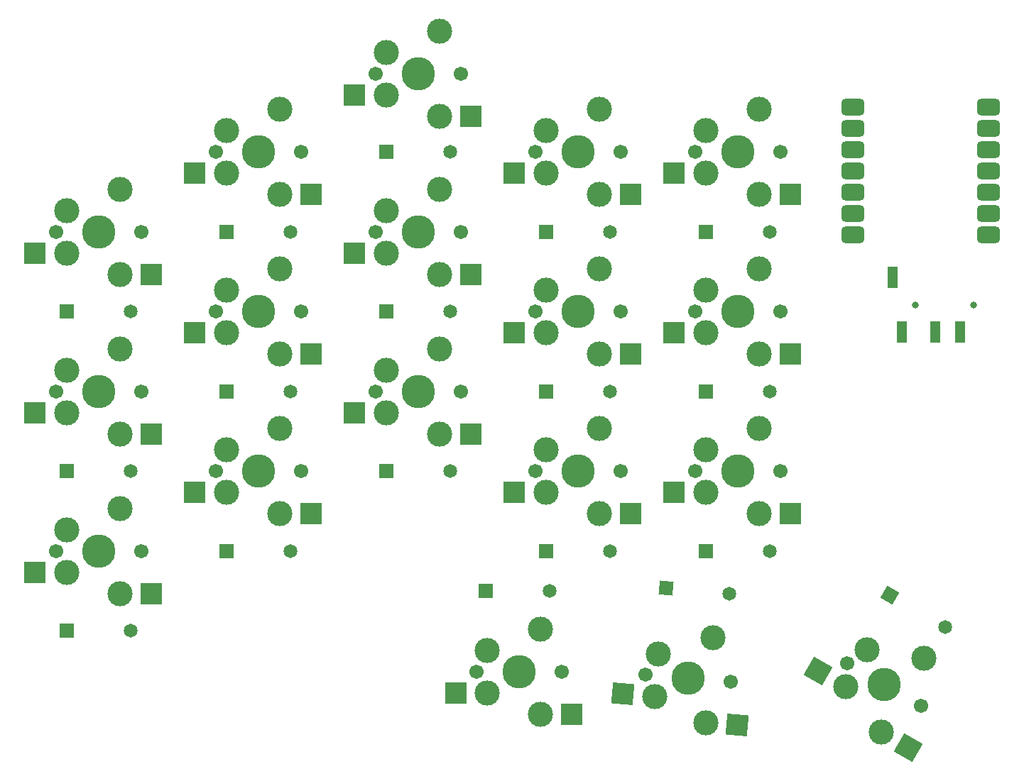
<source format=gbr>
%TF.GenerationSoftware,KiCad,Pcbnew,8.0.6*%
%TF.CreationDate,2024-11-18T16:16:28-05:00*%
%TF.ProjectId,SolarFlarePCB,536f6c61-7246-46c6-9172-655043422e6b,rev?*%
%TF.SameCoordinates,Original*%
%TF.FileFunction,Soldermask,Top*%
%TF.FilePolarity,Negative*%
%FSLAX46Y46*%
G04 Gerber Fmt 4.6, Leading zero omitted, Abs format (unit mm)*
G04 Created by KiCad (PCBNEW 8.0.6) date 2024-11-18 16:16:28*
%MOMM*%
%LPD*%
G01*
G04 APERTURE LIST*
G04 Aperture macros list*
%AMRoundRect*
0 Rectangle with rounded corners*
0 $1 Rounding radius*
0 $2 $3 $4 $5 $6 $7 $8 $9 X,Y pos of 4 corners*
0 Add a 4 corners polygon primitive as box body*
4,1,4,$2,$3,$4,$5,$6,$7,$8,$9,$2,$3,0*
0 Add four circle primitives for the rounded corners*
1,1,$1+$1,$2,$3*
1,1,$1+$1,$4,$5*
1,1,$1+$1,$6,$7*
1,1,$1+$1,$8,$9*
0 Add four rect primitives between the rounded corners*
20,1,$1+$1,$2,$3,$4,$5,0*
20,1,$1+$1,$4,$5,$6,$7,0*
20,1,$1+$1,$6,$7,$8,$9,0*
20,1,$1+$1,$8,$9,$2,$3,0*%
%AMRotRect*
0 Rectangle, with rotation*
0 The origin of the aperture is its center*
0 $1 length*
0 $2 width*
0 $3 Rotation angle, in degrees counterclockwise*
0 Add horizontal line*
21,1,$1,$2,0,0,$3*%
G04 Aperture macros list end*
%ADD10C,1.651000*%
%ADD11R,1.651000X1.651000*%
%ADD12C,1.701800*%
%ADD13C,3.000000*%
%ADD14C,3.987800*%
%ADD15R,2.550000X2.500000*%
%ADD16RotRect,2.550000X2.500000X330.000000*%
%ADD17RoundRect,0.500000X-0.875000X-0.500000X0.875000X-0.500000X0.875000X0.500000X-0.875000X0.500000X0*%
%ADD18C,0.800000*%
%ADD19R,1.200000X2.500000*%
%ADD20RotRect,1.651000X1.651000X175.000000*%
%ADD21RotRect,2.550000X2.500000X355.000000*%
%ADD22RotRect,1.651000X1.651000X150.000000*%
G04 APERTURE END LIST*
D10*
%TO.C,D3*%
X41910000Y-104775000D03*
D11*
X34290000Y-104775000D03*
%TD*%
D12*
%TO.C,MX3*%
X33020000Y-95250000D03*
D13*
X34290000Y-92710000D03*
X34290000Y-97790000D03*
D14*
X38100000Y-95250000D03*
D13*
X40640000Y-90170000D03*
X40640000Y-100330000D03*
D12*
X43180000Y-95250000D03*
D15*
X44390000Y-100330000D03*
X30540000Y-97790000D03*
%TD*%
D10*
%TO.C,D4*%
X60960000Y-57150000D03*
D11*
X53340000Y-57150000D03*
%TD*%
D12*
%TO.C,MX7*%
X71120000Y-38258750D03*
D13*
X72390000Y-35718750D03*
X72390000Y-40798750D03*
D14*
X76200000Y-38258750D03*
D13*
X78740000Y-33178750D03*
X78740000Y-43338750D03*
D12*
X81280000Y-38258750D03*
D15*
X82490000Y-43338750D03*
X68640000Y-40798750D03*
%TD*%
D12*
%TO.C,MX18*%
X127350591Y-108595000D03*
D13*
X129720444Y-107030295D03*
X127180443Y-111429705D03*
D14*
X131750000Y-111135000D03*
D13*
X136489705Y-108005591D03*
X131409705Y-116804409D03*
D12*
X136149409Y-113675000D03*
D16*
X134657300Y-118679409D03*
X123932848Y-109554705D03*
%TD*%
D12*
%TO.C,MX13*%
X90170000Y-85725000D03*
D13*
X91440000Y-83185000D03*
X91440000Y-88265000D03*
D14*
X95250000Y-85725000D03*
D13*
X97790000Y-80645000D03*
X97790000Y-90805000D03*
D12*
X100330000Y-85725000D03*
D15*
X101540000Y-90805000D03*
X87690000Y-88265000D03*
%TD*%
D12*
%TO.C,MX9*%
X71120000Y-76200000D03*
D13*
X72390000Y-73660000D03*
X72390000Y-78740000D03*
D14*
X76200000Y-76200000D03*
D13*
X78740000Y-71120000D03*
X78740000Y-81280000D03*
D12*
X81280000Y-76200000D03*
D15*
X82490000Y-81280000D03*
X68640000Y-78740000D03*
%TD*%
D12*
%TO.C,MX2*%
X33020000Y-76200000D03*
D13*
X34290000Y-73660000D03*
X34290000Y-78740000D03*
D14*
X38100000Y-76200000D03*
D13*
X40640000Y-71120000D03*
X40640000Y-81280000D03*
D12*
X43180000Y-76200000D03*
D15*
X44390000Y-81280000D03*
X30540000Y-78740000D03*
%TD*%
D12*
%TO.C,MX8*%
X71120000Y-57150000D03*
D13*
X72390000Y-54610000D03*
X72390000Y-59690000D03*
D14*
X76200000Y-57150000D03*
D13*
X78740000Y-52070000D03*
X78740000Y-62230000D03*
D12*
X81280000Y-57150000D03*
D15*
X82490000Y-62230000D03*
X68640000Y-59690000D03*
%TD*%
D10*
%TO.C,D11*%
X99060000Y-57150000D03*
D11*
X91440000Y-57150000D03*
%TD*%
D12*
%TO.C,MX17*%
X109220000Y-85725000D03*
D13*
X110490000Y-83185000D03*
X110490000Y-88265000D03*
D14*
X114300000Y-85725000D03*
D13*
X116840000Y-80645000D03*
X116840000Y-90805000D03*
D12*
X119380000Y-85725000D03*
D15*
X120590000Y-90805000D03*
X106740000Y-88265000D03*
%TD*%
D12*
%TO.C,MX16*%
X109220000Y-66675000D03*
D13*
X110490000Y-64135000D03*
X110490000Y-69215000D03*
D14*
X114300000Y-66675000D03*
D13*
X116840000Y-61595000D03*
X116840000Y-71755000D03*
D12*
X119380000Y-66675000D03*
D15*
X120590000Y-71755000D03*
X106740000Y-69215000D03*
%TD*%
D12*
%TO.C,MX5*%
X52070000Y-66675000D03*
D13*
X53340000Y-64135000D03*
X53340000Y-69215000D03*
D14*
X57150000Y-66675000D03*
D13*
X59690000Y-61595000D03*
X59690000Y-71755000D03*
D12*
X62230000Y-66675000D03*
D15*
X63440000Y-71755000D03*
X49590000Y-69215000D03*
%TD*%
D10*
%TO.C,D1*%
X41910000Y-66675000D03*
D11*
X34290000Y-66675000D03*
%TD*%
D10*
%TO.C,D15*%
X118110000Y-57150000D03*
D11*
X110490000Y-57150000D03*
%TD*%
D12*
%TO.C,MX10*%
X83170000Y-109625000D03*
D13*
X84440000Y-107085000D03*
X84440000Y-112165000D03*
D14*
X88250000Y-109625000D03*
D13*
X90790000Y-104545000D03*
X90790000Y-114705000D03*
D12*
X93330000Y-109625000D03*
D15*
X94540000Y-114705000D03*
X80690000Y-112165000D03*
%TD*%
D12*
%TO.C,MX15*%
X109220000Y-47625000D03*
D13*
X110490000Y-45085000D03*
X110490000Y-50165000D03*
D14*
X114300000Y-47625000D03*
D13*
X116840000Y-42545000D03*
X116840000Y-52705000D03*
D12*
X119380000Y-47625000D03*
D15*
X120590000Y-52705000D03*
X106740000Y-50165000D03*
%TD*%
D10*
%TO.C,D7*%
X80010000Y-47625000D03*
D11*
X72390000Y-47625000D03*
%TD*%
D17*
%TO.C,U1*%
X128050000Y-42291250D03*
X128050000Y-44831250D03*
X128050000Y-47371250D03*
X128050000Y-49911250D03*
X128050000Y-52451250D03*
X128050000Y-54991250D03*
X128050000Y-57531250D03*
X144215000Y-57531250D03*
X144215000Y-54991250D03*
X144215000Y-52451250D03*
X144215000Y-49911250D03*
X144215000Y-47371250D03*
X144215000Y-44831250D03*
X144215000Y-42291250D03*
%TD*%
D10*
%TO.C,D12*%
X99060000Y-76200000D03*
D11*
X91440000Y-76200000D03*
%TD*%
D12*
%TO.C,MX11*%
X90170000Y-47625000D03*
D13*
X91440000Y-45085000D03*
X91440000Y-50165000D03*
D14*
X95250000Y-47625000D03*
D13*
X97790000Y-42545000D03*
X97790000Y-52705000D03*
D12*
X100330000Y-47625000D03*
D15*
X101540000Y-52705000D03*
X87690000Y-50165000D03*
%TD*%
D10*
%TO.C,D13*%
X99060000Y-95250000D03*
D11*
X91440000Y-95250000D03*
%TD*%
D18*
%TO.C,U3*%
X142450000Y-65850000D03*
X135450000Y-65850000D03*
D19*
X132750000Y-62600000D03*
X133850000Y-69100000D03*
X137850000Y-69100000D03*
X140850000Y-69100000D03*
%TD*%
D10*
%TO.C,D14*%
X113333002Y-100344564D03*
D20*
X105741998Y-99680436D03*
%TD*%
D12*
%TO.C,MX1*%
X33020000Y-57150000D03*
D13*
X34290000Y-54610000D03*
X34290000Y-59690000D03*
D14*
X38100000Y-57150000D03*
D13*
X40640000Y-52070000D03*
X40640000Y-62230000D03*
D12*
X43180000Y-57150000D03*
D15*
X44390000Y-62230000D03*
X30540000Y-59690000D03*
%TD*%
D12*
%TO.C,MX4*%
X52070000Y-47625000D03*
D13*
X53340000Y-45085000D03*
X53340000Y-50165000D03*
D14*
X57150000Y-47625000D03*
D13*
X59690000Y-42545000D03*
X59690000Y-52705000D03*
D12*
X62230000Y-47625000D03*
D15*
X63440000Y-52705000D03*
X49590000Y-50165000D03*
%TD*%
D10*
%TO.C,D6*%
X60960000Y-95250000D03*
D11*
X53340000Y-95250000D03*
%TD*%
D12*
%TO.C,MX14*%
X103339331Y-109982249D03*
D13*
X104825874Y-107562602D03*
X104383123Y-112623271D03*
D14*
X108400000Y-110425000D03*
D13*
X111373086Y-105585707D03*
X110487583Y-115707045D03*
D12*
X113460669Y-110867751D03*
D21*
X114223313Y-116033879D03*
X100647391Y-112296437D03*
%TD*%
D10*
%TO.C,D2*%
X41910000Y-85725000D03*
D11*
X34290000Y-85725000D03*
%TD*%
D12*
%TO.C,MX6*%
X52070000Y-85725000D03*
D13*
X53340000Y-83185000D03*
X53340000Y-88265000D03*
D14*
X57150000Y-85725000D03*
D13*
X59690000Y-80645000D03*
X59690000Y-90805000D03*
D12*
X62230000Y-85725000D03*
D15*
X63440000Y-90805000D03*
X49590000Y-88265000D03*
%TD*%
D10*
%TO.C,D18*%
X139030807Y-104298750D03*
D22*
X132431693Y-100488750D03*
%TD*%
D10*
%TO.C,D10*%
X91916250Y-100012500D03*
D11*
X84296250Y-100012500D03*
%TD*%
D12*
%TO.C,MX12*%
X90170000Y-66675000D03*
D13*
X91440000Y-64135000D03*
X91440000Y-69215000D03*
D14*
X95250000Y-66675000D03*
D13*
X97790000Y-61595000D03*
X97790000Y-71755000D03*
D12*
X100330000Y-66675000D03*
D15*
X101540000Y-71755000D03*
X87690000Y-69215000D03*
%TD*%
D10*
%TO.C,D9*%
X80010000Y-85725000D03*
D11*
X72390000Y-85725000D03*
%TD*%
D10*
%TO.C,D16*%
X118110000Y-76200000D03*
D11*
X110490000Y-76200000D03*
%TD*%
D10*
%TO.C,D8*%
X80010000Y-66675000D03*
D11*
X72390000Y-66675000D03*
%TD*%
D10*
%TO.C,D5*%
X60960000Y-76200000D03*
D11*
X53340000Y-76200000D03*
%TD*%
D10*
%TO.C,D17*%
X118110000Y-95250000D03*
D11*
X110490000Y-95250000D03*
%TD*%
D18*
%TO.C,U2*%
X135450000Y-65850000D03*
X142450000Y-65850000D03*
%TD*%
M02*

</source>
